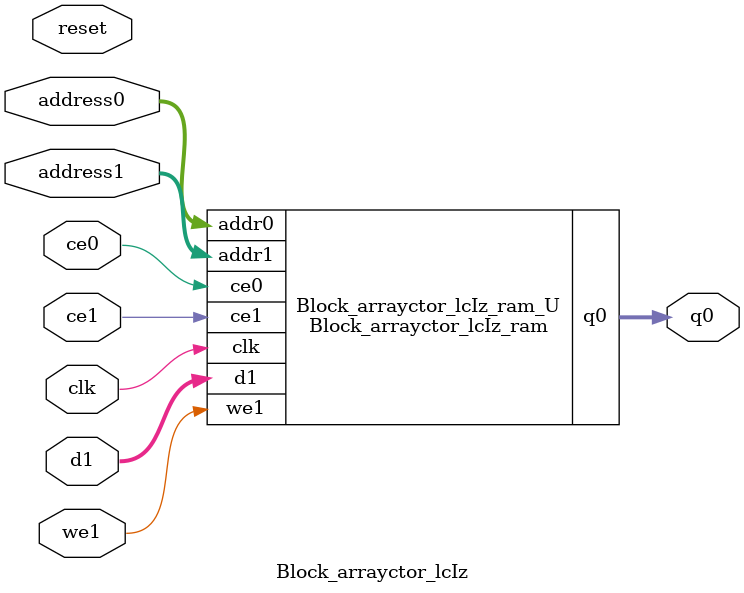
<source format=v>
`timescale 1 ns / 1 ps
module Block_arrayctor_lcIz_ram (addr0, ce0, q0, addr1, ce1, d1, we1,  clk);

parameter DWIDTH = 5;
parameter AWIDTH = 6;
parameter MEM_SIZE = 64;

input[AWIDTH-1:0] addr0;
input ce0;
output reg[DWIDTH-1:0] q0;
input[AWIDTH-1:0] addr1;
input ce1;
input[DWIDTH-1:0] d1;
input we1;
input clk;

(* ram_style = "distributed" *)reg [DWIDTH-1:0] ram[0:MEM_SIZE-1];




always @(posedge clk)  
begin 
    if (ce0) begin
        q0 <= ram[addr0];
    end
end


always @(posedge clk)  
begin 
    if (ce1) begin
        if (we1) 
            ram[addr1] <= d1; 
    end
end


endmodule

`timescale 1 ns / 1 ps
module Block_arrayctor_lcIz(
    reset,
    clk,
    address0,
    ce0,
    q0,
    address1,
    ce1,
    we1,
    d1);

parameter DataWidth = 32'd5;
parameter AddressRange = 32'd64;
parameter AddressWidth = 32'd6;
input reset;
input clk;
input[AddressWidth - 1:0] address0;
input ce0;
output[DataWidth - 1:0] q0;
input[AddressWidth - 1:0] address1;
input ce1;
input we1;
input[DataWidth - 1:0] d1;



Block_arrayctor_lcIz_ram Block_arrayctor_lcIz_ram_U(
    .clk( clk ),
    .addr0( address0 ),
    .ce0( ce0 ),
    .q0( q0 ),
    .addr1( address1 ),
    .ce1( ce1 ),
    .we1( we1 ),
    .d1( d1 ));

endmodule


</source>
